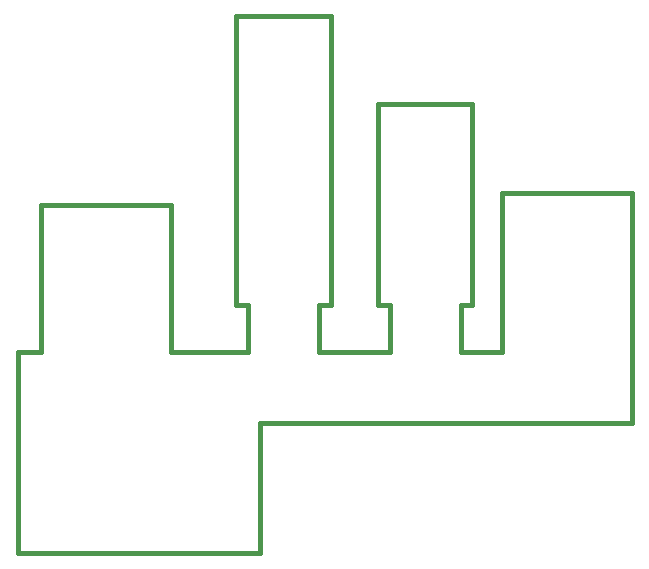
<source format=gbr>
G04 (created by PCBNEW-RS274X (2011-05-25)-stable) date Thu 01 Nov 2012 20:09:25 GMT*
G01*
G70*
G90*
%MOIN*%
G04 Gerber Fmt 3.4, Leading zero omitted, Abs format*
%FSLAX34Y34*%
G04 APERTURE LIST*
%ADD10C,0.006000*%
%ADD11C,0.015000*%
G04 APERTURE END LIST*
G54D10*
G54D11*
X30709Y-15551D02*
X30709Y-25197D01*
X33858Y-15551D02*
X33858Y-25197D01*
X33858Y-15551D02*
X30709Y-15551D01*
X28543Y-21850D02*
X28543Y-26772D01*
X24213Y-21850D02*
X24213Y-26772D01*
X28543Y-21850D02*
X24213Y-21850D01*
X23425Y-26772D02*
X23425Y-33465D01*
X31496Y-29134D02*
X31496Y-33465D01*
X23425Y-33465D02*
X31496Y-33465D01*
X31890Y-29134D02*
X31496Y-29134D01*
X43898Y-29134D02*
X31890Y-29134D01*
X43898Y-21457D02*
X39567Y-21457D01*
X43898Y-21457D02*
X43898Y-29134D01*
X38189Y-26772D02*
X39567Y-26772D01*
X38189Y-25197D02*
X38189Y-26772D01*
X38583Y-25197D02*
X38189Y-25197D01*
X35827Y-26772D02*
X33465Y-26772D01*
X35827Y-25197D02*
X35827Y-26772D01*
X35433Y-25197D02*
X35827Y-25197D01*
X24213Y-26772D02*
X23425Y-26772D01*
X29134Y-26772D02*
X28543Y-26772D01*
X31102Y-26772D02*
X29134Y-26772D01*
X33465Y-25197D02*
X33465Y-26772D01*
X33858Y-25197D02*
X33465Y-25197D01*
X31102Y-25197D02*
X31102Y-26772D01*
X30709Y-25197D02*
X31102Y-25197D01*
X39567Y-26772D02*
X39567Y-21457D01*
X38583Y-25000D02*
X38583Y-25197D01*
X38583Y-18504D02*
X38583Y-25000D01*
X35433Y-18504D02*
X38583Y-18504D01*
X35433Y-25197D02*
X35433Y-18504D01*
M02*

</source>
